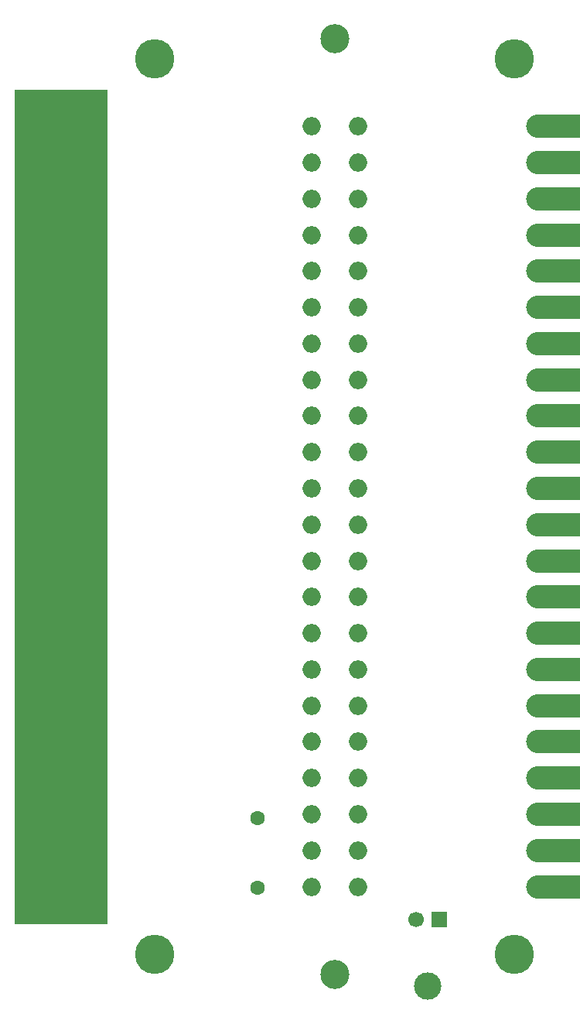
<source format=gbr>
%TF.GenerationSoftware,KiCad,Pcbnew,9.0.3*%
%TF.CreationDate,2025-08-13T21:30:13+02:00*%
%TF.ProjectId,app-mtu-adapter,6170702d-6d74-4752-9d61-646170746572,rev?*%
%TF.SameCoordinates,Original*%
%TF.FileFunction,Soldermask,Bot*%
%TF.FilePolarity,Negative*%
%FSLAX46Y46*%
G04 Gerber Fmt 4.6, Leading zero omitted, Abs format (unit mm)*
G04 Created by KiCad (PCBNEW 9.0.3) date 2025-08-13 21:30:13*
%MOMM*%
%LPD*%
G01*
G04 APERTURE LIST*
G04 Aperture macros list*
%AMFreePoly0*
4,1,22,-1.300000,4.445000,1.300000,4.445000,1.300000,-3.145000,1.280250,-3.370743,1.221600,-3.589626,1.125833,-3.795000,0.995858,-3.980624,0.835624,-4.140858,0.650000,-4.270833,0.444626,-4.366600,0.225743,-4.425250,0.000000,-4.445000,-0.225743,-4.425250,-0.444626,-4.366600,-0.650000,-4.270833,-0.835624,-4.140858,-0.995858,-3.980624,-1.125833,-3.795000,-1.221600,-3.589626,-1.280250,-3.370743,
-1.300000,-3.145000,-1.300000,4.445000,-1.300000,4.445000,$1*%
%AMFreePoly1*
4,1,22,-1.270000,3.180000,1.270000,3.180000,1.270000,-1.910000,1.254364,-2.108672,1.198732,-2.329454,1.104571,-2.536755,0.974909,-2.723912,0.813912,-2.884909,0.626755,-3.014571,0.419454,-3.108732,0.198672,-3.164364,0.000000,-3.180000,-0.198672,-3.164364,-0.419454,-3.108732,-0.626755,-3.014571,-0.813912,-2.884909,-0.974909,-2.723912,-1.104571,-2.536755,-1.198732,-2.329454,-1.254364,-2.108672,
-1.270000,-1.910000,-1.270000,3.180000,-1.270000,3.180000,$1*%
G04 Aperture macros list end*
%ADD10C,0.120000*%
%ADD11C,3.000000*%
%ADD12C,1.700000*%
%ADD13R,1.700000X1.700000*%
%ADD14C,4.300000*%
%ADD15FreePoly0,90.000000*%
%ADD16C,1.600000*%
%ADD17C,3.180000*%
%ADD18O,2.000000X2.000000*%
%ADD19FreePoly1,270.000000*%
G04 APERTURE END LIST*
%TO.C,P1*%
D10*
X105680000Y-51190000D02*
X115750000Y-51190000D01*
X115750000Y-142430000D01*
X105680000Y-142430000D01*
X105680000Y-51190000D01*
G36*
X105680000Y-51190000D02*
G01*
X115750000Y-51190000D01*
X115750000Y-142430000D01*
X105680000Y-142430000D01*
X105680000Y-51190000D01*
G37*
%TD*%
D11*
%TO.C,TP1*%
X150910000Y-149250000D03*
%TD*%
D12*
%TO.C,J1*%
X149640000Y-142000000D03*
D13*
X152180000Y-142000000D03*
%TD*%
D14*
%TO.C,M1*%
X160380000Y-145780000D03*
%TD*%
%TO.C,M1*%
X160380000Y-47840000D03*
%TD*%
D15*
%TO.C,P1*%
X111050000Y-138390000D03*
X111050000Y-134430000D03*
X111050000Y-130470000D03*
X111050000Y-126510000D03*
X111050000Y-122550000D03*
X111050000Y-118590000D03*
X111050000Y-114630000D03*
X111050000Y-110670000D03*
X111050000Y-106710000D03*
X111050000Y-102750000D03*
X111050000Y-98790000D03*
X111050000Y-94830000D03*
X111050000Y-90870000D03*
X111050000Y-86910000D03*
X111050000Y-82950000D03*
X111050000Y-78990000D03*
X111050000Y-75030000D03*
X111050000Y-71070000D03*
X111050000Y-67110000D03*
X111050000Y-63150000D03*
X111050000Y-59190000D03*
X111050000Y-55230000D03*
%TD*%
D16*
%TO.C,R1*%
X132270000Y-138480000D03*
X132270000Y-130860000D03*
%TD*%
D14*
%TO.C,M1*%
X121080000Y-47840000D03*
%TD*%
%TO.C,M2*%
X121080000Y-145780000D03*
%TD*%
D17*
%TO.C,P2*%
X140730000Y-45655000D03*
X140730000Y-147965000D03*
D18*
X138190000Y-55230000D03*
X138190000Y-59190000D03*
X138190000Y-63150000D03*
X138190000Y-67110000D03*
X138190000Y-71070000D03*
X138190000Y-75030000D03*
X138190000Y-78990000D03*
X138190000Y-82950000D03*
X138190000Y-86910000D03*
X138190000Y-90870000D03*
X138190000Y-94830000D03*
X138190000Y-98790000D03*
X138190000Y-102750000D03*
X138190000Y-106710000D03*
X138190000Y-110670000D03*
X138190000Y-114630000D03*
X138190000Y-118590000D03*
X138190000Y-122550000D03*
X138190000Y-126510000D03*
X138190000Y-130470000D03*
X138190000Y-134430000D03*
X138190000Y-138390000D03*
X143270000Y-55230000D03*
X143270000Y-59190000D03*
X143270000Y-63150000D03*
X143270000Y-67110000D03*
X143270000Y-71070000D03*
X143270000Y-75030000D03*
X143270000Y-78990000D03*
X143270000Y-82950000D03*
X143270000Y-86910000D03*
X143270000Y-90870000D03*
X143270000Y-94830000D03*
X143270000Y-98790000D03*
X143270000Y-102750000D03*
X143270000Y-106710000D03*
X143270000Y-110670000D03*
X143270000Y-114630000D03*
X143270000Y-118590000D03*
X143270000Y-122550000D03*
X143270000Y-126510000D03*
X143270000Y-130470000D03*
X143270000Y-134430000D03*
X143270000Y-138390000D03*
%TD*%
D19*
%TO.C,P3*%
X164870000Y-55230000D03*
X164870000Y-59190000D03*
X164870000Y-63150000D03*
X164870000Y-67110000D03*
X164870000Y-71070000D03*
X164870000Y-75030000D03*
X164870000Y-78990000D03*
X164870000Y-82950000D03*
X164870000Y-86910000D03*
X164870000Y-90870000D03*
X164870000Y-94830000D03*
X164870000Y-98790000D03*
X164870000Y-102750000D03*
X164870000Y-106710000D03*
X164870000Y-110670000D03*
X164870000Y-114630000D03*
X164870000Y-118590000D03*
X164870000Y-122550000D03*
X164870000Y-126510000D03*
X164870000Y-130470000D03*
X164870000Y-134430000D03*
X164870000Y-138390000D03*
%TD*%
M02*

</source>
